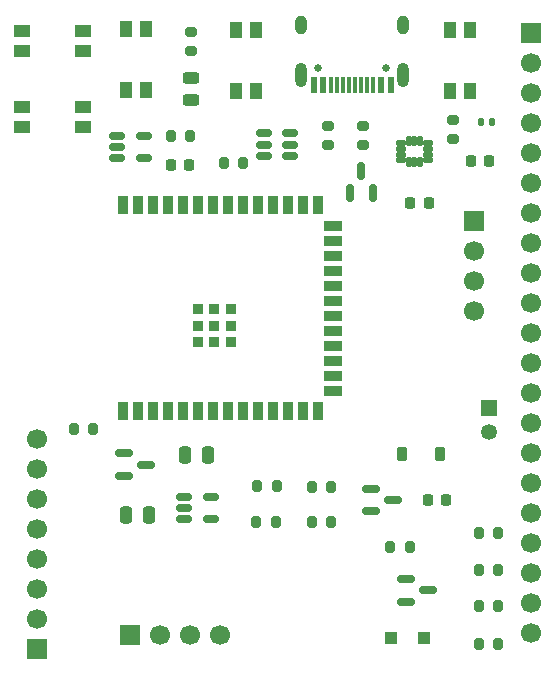
<source format=gbr>
%TF.GenerationSoftware,KiCad,Pcbnew,9.0.1*%
%TF.CreationDate,2025-05-18T16:35:05-05:00*%
%TF.ProjectId,OM-60-Rigid-PCB,4f4d2d36-302d-4526-9967-69642d504342,rev?*%
%TF.SameCoordinates,Original*%
%TF.FileFunction,Soldermask,Top*%
%TF.FilePolarity,Negative*%
%FSLAX46Y46*%
G04 Gerber Fmt 4.6, Leading zero omitted, Abs format (unit mm)*
G04 Created by KiCad (PCBNEW 9.0.1) date 2025-05-18 16:35:05*
%MOMM*%
%LPD*%
G01*
G04 APERTURE LIST*
G04 Aperture macros list*
%AMRoundRect*
0 Rectangle with rounded corners*
0 $1 Rounding radius*
0 $2 $3 $4 $5 $6 $7 $8 $9 X,Y pos of 4 corners*
0 Add a 4 corners polygon primitive as box body*
4,1,4,$2,$3,$4,$5,$6,$7,$8,$9,$2,$3,0*
0 Add four circle primitives for the rounded corners*
1,1,$1+$1,$2,$3*
1,1,$1+$1,$4,$5*
1,1,$1+$1,$6,$7*
1,1,$1+$1,$8,$9*
0 Add four rect primitives between the rounded corners*
20,1,$1+$1,$2,$3,$4,$5,0*
20,1,$1+$1,$4,$5,$6,$7,0*
20,1,$1+$1,$6,$7,$8,$9,0*
20,1,$1+$1,$8,$9,$2,$3,0*%
G04 Aperture macros list end*
%ADD10RoundRect,0.101600X-0.300000X-0.150000X0.300000X-0.150000X0.300000X0.150000X-0.300000X0.150000X0*%
%ADD11RoundRect,0.101600X0.150000X-0.300000X0.150000X0.300000X-0.150000X0.300000X-0.150000X-0.300000X0*%
%ADD12RoundRect,0.200000X-0.200000X-0.275000X0.200000X-0.275000X0.200000X0.275000X-0.200000X0.275000X0*%
%ADD13R,1.700000X1.700000*%
%ADD14C,1.700000*%
%ADD15R,1.450000X1.000000*%
%ADD16R,1.000000X1.450000*%
%ADD17RoundRect,0.150000X-0.512500X-0.150000X0.512500X-0.150000X0.512500X0.150000X-0.512500X0.150000X0*%
%ADD18RoundRect,0.200000X0.275000X-0.200000X0.275000X0.200000X-0.275000X0.200000X-0.275000X-0.200000X0*%
%ADD19RoundRect,0.200000X-0.275000X0.200000X-0.275000X-0.200000X0.275000X-0.200000X0.275000X0.200000X0*%
%ADD20RoundRect,0.150000X0.150000X-0.587500X0.150000X0.587500X-0.150000X0.587500X-0.150000X-0.587500X0*%
%ADD21RoundRect,0.150000X-0.587500X-0.150000X0.587500X-0.150000X0.587500X0.150000X-0.587500X0.150000X0*%
%ADD22R,1.350000X1.350000*%
%ADD23C,1.350000*%
%ADD24C,0.650000*%
%ADD25R,0.600000X1.450000*%
%ADD26R,0.300000X1.450000*%
%ADD27O,1.000000X2.100000*%
%ADD28O,1.000000X1.600000*%
%ADD29RoundRect,0.225000X-0.225000X-0.375000X0.225000X-0.375000X0.225000X0.375000X-0.225000X0.375000X0*%
%ADD30RoundRect,0.243750X0.456250X-0.243750X0.456250X0.243750X-0.456250X0.243750X-0.456250X-0.243750X0*%
%ADD31RoundRect,0.250000X-0.300000X-0.300000X0.300000X-0.300000X0.300000X0.300000X-0.300000X0.300000X0*%
%ADD32RoundRect,0.225000X-0.225000X-0.250000X0.225000X-0.250000X0.225000X0.250000X-0.225000X0.250000X0*%
%ADD33RoundRect,0.225000X0.225000X0.250000X-0.225000X0.250000X-0.225000X-0.250000X0.225000X-0.250000X0*%
%ADD34RoundRect,0.250000X0.250000X0.475000X-0.250000X0.475000X-0.250000X-0.475000X0.250000X-0.475000X0*%
%ADD35RoundRect,0.250000X-0.250000X-0.475000X0.250000X-0.475000X0.250000X0.475000X-0.250000X0.475000X0*%
%ADD36RoundRect,0.140000X-0.140000X-0.170000X0.140000X-0.170000X0.140000X0.170000X-0.140000X0.170000X0*%
%ADD37R,0.812800X1.498600*%
%ADD38R,1.498600X0.812800*%
%ADD39R,0.889000X0.889000*%
G04 APERTURE END LIST*
D10*
%TO.C,IC1*%
X147150000Y-71150000D03*
X147150000Y-71650000D03*
X147150000Y-72150000D03*
X147150000Y-72650000D03*
D11*
X147800000Y-72800000D03*
X148300000Y-72800000D03*
X148800000Y-72800000D03*
D10*
X149450000Y-72650000D03*
X149450000Y-72150000D03*
X149450000Y-71650000D03*
X149450000Y-71150000D03*
D11*
X148800000Y-71000000D03*
X148300000Y-71000000D03*
X147800000Y-71000000D03*
%TD*%
D12*
%TO.C,R16*%
X119450000Y-95400000D03*
X121100000Y-95400000D03*
%TD*%
D13*
%TO.C,J1*%
X116300000Y-114000000D03*
D14*
X116300000Y-111460000D03*
X116300000Y-108920000D03*
X116300000Y-106380000D03*
X116300000Y-103840000D03*
X116300000Y-101300000D03*
X116300000Y-98760000D03*
X116300000Y-96220000D03*
%TD*%
D15*
%TO.C,SELECT1*%
X115050000Y-69800000D03*
X115050000Y-68100000D03*
X120200000Y-69800000D03*
X120200000Y-68100000D03*
%TD*%
D16*
%TO.C,SW_RST1*%
X133200000Y-61600000D03*
X134900000Y-61600000D03*
X133200000Y-66750000D03*
X134900000Y-66750000D03*
%TD*%
%TO.C,SW_PWR1*%
X123900000Y-61500000D03*
X125600000Y-61500000D03*
X123900000Y-66650000D03*
X125600000Y-66650000D03*
%TD*%
D15*
%TO.C,MENU1*%
X115050000Y-63400000D03*
X115050000Y-61700000D03*
X120200000Y-63400000D03*
X120200000Y-61700000D03*
%TD*%
D16*
%TO.C,BOOT1*%
X151300000Y-61600000D03*
X153000000Y-61600000D03*
X151300000Y-66750000D03*
X153000000Y-66750000D03*
%TD*%
D17*
%TO.C,U4*%
X123100000Y-70550000D03*
X123100000Y-71500000D03*
X123100000Y-72450000D03*
X125375000Y-72450000D03*
X125375000Y-70550000D03*
%TD*%
%TO.C,U3*%
X128825000Y-101100000D03*
X128825000Y-102050000D03*
X128825000Y-103000000D03*
X131100000Y-103000000D03*
X131100000Y-101100000D03*
%TD*%
D12*
%TO.C,R15*%
X153750000Y-113600000D03*
X155400000Y-113600000D03*
%TD*%
%TO.C,R14*%
X153750000Y-110400000D03*
X155400000Y-110400000D03*
%TD*%
%TO.C,R13*%
X153750000Y-107300000D03*
X155400000Y-107300000D03*
%TD*%
%TO.C,R12*%
X153750000Y-104200000D03*
X155400000Y-104200000D03*
%TD*%
%TO.C,R11*%
X139600000Y-103300000D03*
X141250000Y-103300000D03*
%TD*%
%TO.C,R10*%
X139600000Y-100300000D03*
X141250000Y-100300000D03*
%TD*%
%TO.C,R9*%
X146250000Y-105400000D03*
X147900000Y-105400000D03*
%TD*%
%TO.C,R8*%
X134900000Y-103300000D03*
X136550000Y-103300000D03*
%TD*%
%TO.C,R7*%
X135000000Y-100200000D03*
X136650000Y-100200000D03*
%TD*%
D18*
%TO.C,R6*%
X151600000Y-70850000D03*
X151600000Y-69200000D03*
%TD*%
D19*
%TO.C,R5*%
X129400000Y-61750000D03*
X129400000Y-63400000D03*
%TD*%
D12*
%TO.C,R4*%
X127650000Y-70600000D03*
X129300000Y-70600000D03*
%TD*%
%TO.C,R3*%
X132150000Y-72860000D03*
X133800000Y-72860000D03*
%TD*%
D19*
%TO.C,R2*%
X143900000Y-69700000D03*
X143900000Y-71350000D03*
%TD*%
%TO.C,R1*%
X141000000Y-69700000D03*
X141000000Y-71350000D03*
%TD*%
D20*
%TO.C,Q3*%
X142850000Y-75375000D03*
X144750000Y-75375000D03*
X143800000Y-73500000D03*
%TD*%
D21*
%TO.C,Q2*%
X147600000Y-108100000D03*
X147600000Y-110000000D03*
X149475000Y-109050000D03*
%TD*%
%TO.C,Q1*%
X144625000Y-100450000D03*
X144625000Y-102350000D03*
X146500000Y-101400000D03*
%TD*%
D17*
%TO.C,MAX1*%
X135525000Y-70350000D03*
X135525000Y-71300000D03*
X135525000Y-72250000D03*
X137800000Y-72250000D03*
X137800000Y-71300000D03*
X137800000Y-70350000D03*
%TD*%
D13*
%TO.C,GYRO1*%
X124180000Y-112800000D03*
D14*
X126720000Y-112800000D03*
X129260000Y-112800000D03*
X131800000Y-112800000D03*
%TD*%
D22*
%TO.C,J5*%
X154600000Y-93600000D03*
D23*
X154600000Y-95600000D03*
%TD*%
D24*
%TO.C,J4*%
X145910000Y-64850000D03*
X140130000Y-64850000D03*
D25*
X146270000Y-66295000D03*
X145470000Y-66295000D03*
D26*
X144270000Y-66295000D03*
X143270000Y-66295000D03*
X142770000Y-66295000D03*
X141770000Y-66295000D03*
D25*
X140570000Y-66295000D03*
X139770000Y-66295000D03*
X139770000Y-66295000D03*
X140570000Y-66295000D03*
D26*
X141270000Y-66295000D03*
X142270000Y-66295000D03*
X143770000Y-66295000D03*
X144770000Y-66295000D03*
D25*
X145470000Y-66295000D03*
X146270000Y-66295000D03*
D27*
X147340000Y-65380000D03*
D28*
X147340000Y-61200000D03*
D27*
X138700000Y-65380000D03*
D28*
X138700000Y-61200000D03*
%TD*%
D13*
%TO.C,J3*%
X158200000Y-61840000D03*
D14*
X158200000Y-64380000D03*
X158200000Y-66920000D03*
X158200000Y-69460000D03*
X158200000Y-72000000D03*
X158200000Y-74540000D03*
X158200000Y-77080000D03*
X158200000Y-79620000D03*
X158200000Y-82160000D03*
X158200000Y-84700000D03*
X158200000Y-87240000D03*
X158200000Y-89780000D03*
X158200000Y-92320000D03*
X158200000Y-94860000D03*
X158200000Y-97400000D03*
X158200000Y-99940000D03*
X158200000Y-102480000D03*
X158200000Y-105020000D03*
X158200000Y-107560000D03*
X158200000Y-110100000D03*
X158200000Y-112640000D03*
%TD*%
D13*
%TO.C,SCRN1*%
X153300000Y-77760000D03*
D14*
X153300000Y-80300000D03*
X153300000Y-82840000D03*
X153300000Y-85380000D03*
%TD*%
D29*
%TO.C,D4*%
X147200000Y-97500000D03*
X150500000Y-97500000D03*
%TD*%
D21*
%TO.C,D3*%
X123725000Y-97450000D03*
X123725000Y-99350000D03*
X125600000Y-98400000D03*
%TD*%
D30*
%TO.C,D2*%
X129400000Y-67500000D03*
X129400000Y-65625000D03*
%TD*%
D31*
%TO.C,D1*%
X146300000Y-113100000D03*
X149100000Y-113100000D03*
%TD*%
D32*
%TO.C,C11*%
X147950000Y-76230000D03*
X149500000Y-76230000D03*
%TD*%
%TO.C,C10*%
X153050000Y-72700000D03*
X154600000Y-72700000D03*
%TD*%
%TO.C,C9*%
X149450000Y-101400000D03*
X151000000Y-101400000D03*
%TD*%
D33*
%TO.C,C8*%
X129200000Y-73000000D03*
X127650000Y-73000000D03*
%TD*%
D34*
%TO.C,C7*%
X130800000Y-97600000D03*
X128900000Y-97600000D03*
%TD*%
D35*
%TO.C,C6*%
X123900000Y-102700000D03*
X125800000Y-102700000D03*
%TD*%
D36*
%TO.C,C5*%
X153940000Y-69400000D03*
X154900000Y-69400000D03*
%TD*%
D37*
%TO.C,U2*%
X123620000Y-93900000D03*
X124890000Y-93900000D03*
X126160000Y-93900000D03*
X127430000Y-93900000D03*
X128700000Y-93900000D03*
X129970000Y-93900000D03*
X131240000Y-93900000D03*
X132510000Y-93900000D03*
X133780000Y-93900000D03*
X135050000Y-93900000D03*
X136320000Y-93900000D03*
X137590000Y-93900000D03*
X138860000Y-93900000D03*
X140130000Y-93900000D03*
D38*
X141380000Y-92135000D03*
X141380000Y-90865000D03*
X141380000Y-89595000D03*
X141380000Y-88325000D03*
X141380000Y-87055000D03*
X141380000Y-85785000D03*
X141380000Y-84515000D03*
X141380000Y-83245000D03*
X141380000Y-81975000D03*
X141380000Y-80705000D03*
X141380000Y-79435000D03*
X141380000Y-78165000D03*
D37*
X140130000Y-76400000D03*
X138860000Y-76400000D03*
X137590000Y-76400000D03*
X136320000Y-76400000D03*
X135050000Y-76400000D03*
X133780000Y-76400000D03*
X132510000Y-76400000D03*
X131240000Y-76400000D03*
X129970000Y-76400000D03*
X128700000Y-76400000D03*
X127430000Y-76400000D03*
X126160000Y-76400000D03*
X124890000Y-76400000D03*
X123620000Y-76400000D03*
D39*
X132740000Y-86650000D03*
X131340000Y-86650000D03*
X129940000Y-88050000D03*
X131340000Y-88050000D03*
X132740000Y-88050000D03*
X132740000Y-85250000D03*
X131340000Y-85250000D03*
X129940000Y-85250000D03*
X129940000Y-86650000D03*
%TD*%
M02*

</source>
